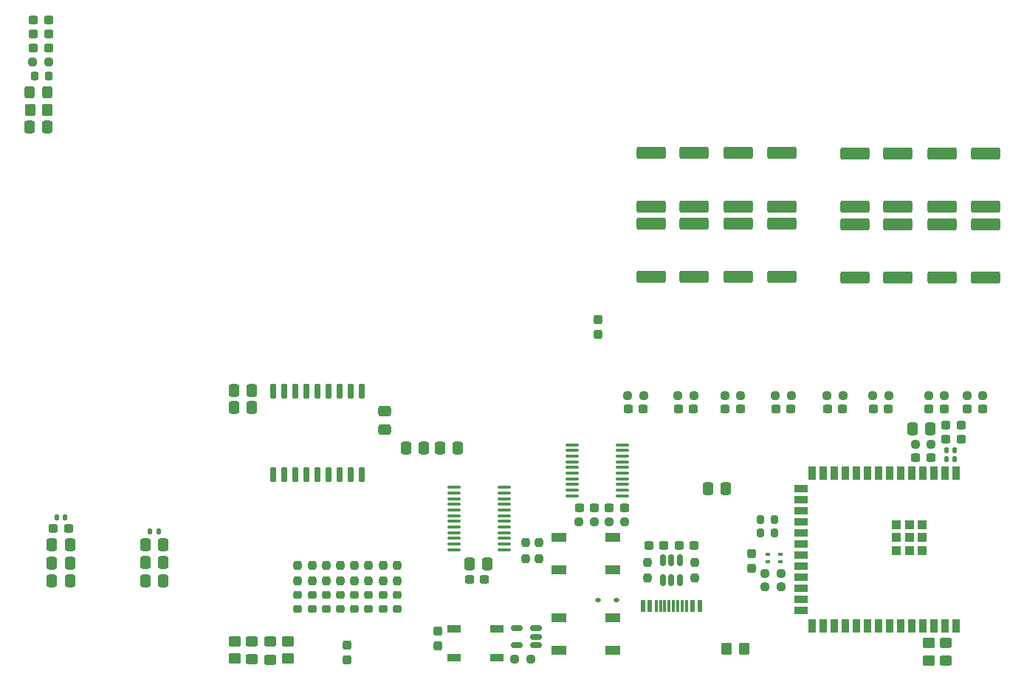
<source format=gbr>
%TF.GenerationSoftware,KiCad,Pcbnew,8.0.4*%
%TF.CreationDate,2024-09-08T16:09:12+02:00*%
%TF.ProjectId,hamodule,68616d6f-6475-46c6-952e-6b696361645f,20240908.24.8*%
%TF.SameCoordinates,Original*%
%TF.FileFunction,Paste,Top*%
%TF.FilePolarity,Positive*%
%FSLAX46Y46*%
G04 Gerber Fmt 4.6, Leading zero omitted, Abs format (unit mm)*
G04 Created by KiCad (PCBNEW 8.0.4) date 2024-09-08 16:09:12*
%MOMM*%
%LPD*%
G01*
G04 APERTURE LIST*
G04 Aperture macros list*
%AMRoundRect*
0 Rectangle with rounded corners*
0 $1 Rounding radius*
0 $2 $3 $4 $5 $6 $7 $8 $9 X,Y pos of 4 corners*
0 Add a 4 corners polygon primitive as box body*
4,1,4,$2,$3,$4,$5,$6,$7,$8,$9,$2,$3,0*
0 Add four circle primitives for the rounded corners*
1,1,$1+$1,$2,$3*
1,1,$1+$1,$4,$5*
1,1,$1+$1,$6,$7*
1,1,$1+$1,$8,$9*
0 Add four rect primitives between the rounded corners*
20,1,$1+$1,$2,$3,$4,$5,0*
20,1,$1+$1,$4,$5,$6,$7,0*
20,1,$1+$1,$6,$7,$8,$9,0*
20,1,$1+$1,$8,$9,$2,$3,0*%
G04 Aperture macros list end*
%ADD10RoundRect,0.237500X-0.237500X0.250000X-0.237500X-0.250000X0.237500X-0.250000X0.237500X0.250000X0*%
%ADD11RoundRect,0.100000X0.637500X0.100000X-0.637500X0.100000X-0.637500X-0.100000X0.637500X-0.100000X0*%
%ADD12RoundRect,0.249999X-1.425001X0.450001X-1.425001X-0.450001X1.425001X-0.450001X1.425001X0.450001X0*%
%ADD13RoundRect,0.250000X0.450000X-0.325000X0.450000X0.325000X-0.450000X0.325000X-0.450000X-0.325000X0*%
%ADD14RoundRect,0.250000X0.450000X-0.350000X0.450000X0.350000X-0.450000X0.350000X-0.450000X-0.350000X0*%
%ADD15RoundRect,0.250000X0.337500X0.475000X-0.337500X0.475000X-0.337500X-0.475000X0.337500X-0.475000X0*%
%ADD16RoundRect,0.237500X-0.250000X-0.237500X0.250000X-0.237500X0.250000X0.237500X-0.250000X0.237500X0*%
%ADD17RoundRect,0.237500X0.300000X0.237500X-0.300000X0.237500X-0.300000X-0.237500X0.300000X-0.237500X0*%
%ADD18R,1.800000X1.100000*%
%ADD19RoundRect,0.237500X-0.300000X-0.237500X0.300000X-0.237500X0.300000X0.237500X-0.300000X0.237500X0*%
%ADD20RoundRect,0.237500X-0.237500X0.300000X-0.237500X-0.300000X0.237500X-0.300000X0.237500X0.300000X0*%
%ADD21RoundRect,0.150000X0.150000X-0.725000X0.150000X0.725000X-0.150000X0.725000X-0.150000X-0.725000X0*%
%ADD22RoundRect,0.237500X0.237500X-0.250000X0.237500X0.250000X-0.237500X0.250000X-0.237500X-0.250000X0*%
%ADD23RoundRect,0.218750X0.256250X-0.218750X0.256250X0.218750X-0.256250X0.218750X-0.256250X-0.218750X0*%
%ADD24RoundRect,0.150000X0.512500X0.150000X-0.512500X0.150000X-0.512500X-0.150000X0.512500X-0.150000X0*%
%ADD25RoundRect,0.200000X0.200000X0.275000X-0.200000X0.275000X-0.200000X-0.275000X0.200000X-0.275000X0*%
%ADD26R,0.900000X1.500000*%
%ADD27R,1.500000X0.900000*%
%ADD28R,1.000000X1.000000*%
%ADD29RoundRect,0.237500X0.237500X-0.300000X0.237500X0.300000X-0.237500X0.300000X-0.237500X-0.300000X0*%
%ADD30RoundRect,0.250000X-0.450000X0.325000X-0.450000X-0.325000X0.450000X-0.325000X0.450000X0.325000X0*%
%ADD31RoundRect,0.250000X-0.337500X-0.475000X0.337500X-0.475000X0.337500X0.475000X-0.337500X0.475000X0*%
%ADD32RoundRect,0.112500X-0.187500X-0.112500X0.187500X-0.112500X0.187500X0.112500X-0.187500X0.112500X0*%
%ADD33RoundRect,0.250000X0.350000X0.450000X-0.350000X0.450000X-0.350000X-0.450000X0.350000X-0.450000X0*%
%ADD34RoundRect,0.140000X-0.140000X-0.170000X0.140000X-0.170000X0.140000X0.170000X-0.140000X0.170000X0*%
%ADD35R,0.600000X1.450000*%
%ADD36R,0.300000X1.450000*%
%ADD37RoundRect,0.250000X0.325000X0.450000X-0.325000X0.450000X-0.325000X-0.450000X0.325000X-0.450000X0*%
%ADD38RoundRect,0.250000X-0.475000X0.337500X-0.475000X-0.337500X0.475000X-0.337500X0.475000X0.337500X0*%
%ADD39RoundRect,0.140000X0.140000X0.170000X-0.140000X0.170000X-0.140000X-0.170000X0.140000X-0.170000X0*%
%ADD40RoundRect,0.250000X-0.350000X-0.450000X0.350000X-0.450000X0.350000X0.450000X-0.350000X0.450000X0*%
%ADD41R,0.500000X0.300000*%
%ADD42RoundRect,0.150000X0.150000X-0.512500X0.150000X0.512500X-0.150000X0.512500X-0.150000X-0.512500X0*%
%ADD43RoundRect,0.237500X0.250000X0.237500X-0.250000X0.237500X-0.250000X-0.237500X0.250000X-0.237500X0*%
%ADD44RoundRect,0.218750X0.218750X0.256250X-0.218750X0.256250X-0.218750X-0.256250X0.218750X-0.256250X0*%
G04 APERTURE END LIST*
D10*
%TO.C,R38*%
X61874000Y14368400D03*
X61874000Y12543400D03*
%TD*%
%TO.C,R37*%
X63424000Y12555900D03*
X63424000Y14380900D03*
%TD*%
D11*
%TO.C,U12*%
X53724000Y13568400D03*
X53724000Y14218400D03*
X53724000Y14868400D03*
X53724000Y15518400D03*
X53724000Y16168400D03*
X53724000Y16818400D03*
X53724000Y17468400D03*
X53724000Y18118400D03*
X53724000Y18768400D03*
X53724000Y19418400D03*
X53724000Y20068400D03*
X53724000Y20718400D03*
X59449000Y20718400D03*
X59449000Y20068400D03*
X59449000Y19418400D03*
X59449000Y18768400D03*
X59449000Y18118400D03*
X59449000Y17468400D03*
X59449000Y16818400D03*
X59449000Y16168400D03*
X59449000Y15518400D03*
X59449000Y14868400D03*
X59449000Y14218400D03*
X59449000Y13568400D03*
%TD*%
D12*
%TO.C,R12*%
X76275000Y59056900D03*
X76275000Y52956900D03*
%TD*%
%TO.C,R11*%
X81228000Y59056900D03*
X81228000Y52956900D03*
%TD*%
%TO.C,R19*%
X81228000Y51005100D03*
X81228000Y44905100D03*
%TD*%
%TO.C,R20*%
X76275000Y51005100D03*
X76275000Y44905100D03*
%TD*%
D13*
%TO.C,D2*%
X30524000Y993400D03*
X30524000Y3043400D03*
%TD*%
D14*
%TO.C,R7*%
X28524000Y1068400D03*
X28524000Y3068400D03*
%TD*%
D15*
%TO.C,C14*%
X9644200Y14098600D03*
X7569200Y14098600D03*
%TD*%
%TO.C,C8*%
X20361500Y12068400D03*
X18286500Y12068400D03*
%TD*%
D12*
%TO.C,R21*%
X91286400Y51005100D03*
X91286400Y44905100D03*
%TD*%
%TO.C,R10*%
X86257200Y59056900D03*
X86257200Y52956900D03*
%TD*%
%TO.C,R9*%
X91286400Y59056900D03*
X91286400Y52956900D03*
%TD*%
%TO.C,R22*%
X86257200Y51005100D03*
X86257200Y44905100D03*
%TD*%
D16*
%TO.C,R1*%
X106588402Y25681201D03*
X108413402Y25681201D03*
%TD*%
D17*
%TO.C,C3*%
X108350902Y24157201D03*
X106625902Y24157201D03*
%TD*%
D18*
%TO.C,SW2*%
X65671000Y14968400D03*
X71871000Y14968400D03*
X65671000Y11268400D03*
X71871000Y11268400D03*
%TD*%
%TO.C,SW3*%
X65669800Y5765800D03*
X71869800Y5765800D03*
X65669800Y2065800D03*
X71869800Y2065800D03*
%TD*%
D19*
%TO.C,C6*%
X110099000Y26268400D03*
X111824000Y26268400D03*
%TD*%
D20*
%TO.C,C30*%
X87779402Y13161201D03*
X87779402Y11436201D03*
%TD*%
D17*
%TO.C,C11*%
X77724000Y14078701D03*
X75999000Y14078701D03*
%TD*%
D13*
%TO.C,D3*%
X32624000Y968400D03*
X32624000Y3018400D03*
%TD*%
D21*
%TO.C,U11*%
X32964000Y22168400D03*
X34234000Y22168400D03*
X35504000Y22168400D03*
X36774000Y22168400D03*
X38044000Y22168400D03*
X39314000Y22168400D03*
X40584000Y22168400D03*
X41854000Y22168400D03*
X43124000Y22168400D03*
X43124000Y31718400D03*
X41854000Y31718400D03*
X40584000Y31718400D03*
X39314000Y31718400D03*
X38044000Y31718400D03*
X36774000Y31718400D03*
X35504000Y31718400D03*
X34234000Y31718400D03*
X32964000Y31718400D03*
%TD*%
D22*
%TO.C,R46*%
X37396000Y9965496D03*
X37396000Y11790496D03*
%TD*%
%TO.C,R45*%
X35770400Y9967396D03*
X35770400Y11792396D03*
%TD*%
D12*
%TO.C,R25*%
X104583200Y50900600D03*
X104583200Y44800600D03*
%TD*%
D19*
%TO.C,C25*%
X96524002Y29707101D03*
X98249002Y29707101D03*
%TD*%
D17*
%TO.C,C40*%
X7174000Y72718400D03*
X5449000Y72718400D03*
%TD*%
D12*
%TO.C,R15*%
X104583200Y59032600D03*
X104583200Y52932600D03*
%TD*%
D23*
%TO.C,D5*%
X35770400Y6790296D03*
X35770400Y8365296D03*
%TD*%
D19*
%TO.C,C23*%
X108156102Y29707101D03*
X109881102Y29707101D03*
%TD*%
D14*
%TO.C,R8*%
X34624000Y1068400D03*
X34624000Y3068400D03*
%TD*%
D16*
%TO.C,R32*%
X84738626Y31255920D03*
X86563626Y31255920D03*
%TD*%
D22*
%TO.C,R50*%
X43898400Y9967396D03*
X43898400Y11792396D03*
%TD*%
%TO.C,R49*%
X42272800Y9965496D03*
X42272800Y11790496D03*
%TD*%
D12*
%TO.C,R26*%
X99644200Y50852800D03*
X99644200Y44752800D03*
%TD*%
D16*
%TO.C,R34*%
X73611526Y31255920D03*
X75436526Y31255920D03*
%TD*%
D24*
%TO.C,U10*%
X63124000Y2641600D03*
X63124000Y3591600D03*
X63124000Y4541600D03*
X60849000Y4541600D03*
X60849000Y2641600D03*
%TD*%
D25*
%TO.C,R5*%
X90454402Y16988701D03*
X88804402Y16988701D03*
%TD*%
D16*
%TO.C,R27*%
X112511500Y31231101D03*
X114336500Y31231101D03*
%TD*%
D12*
%TO.C,R16*%
X99644200Y58982800D03*
X99644200Y52882800D03*
%TD*%
D25*
%TO.C,R6*%
X90454402Y15513701D03*
X88804402Y15513701D03*
%TD*%
D26*
%TO.C,U3*%
X111239402Y22348701D03*
X109969402Y22348701D03*
X108699402Y22348701D03*
X107429402Y22348701D03*
X106159402Y22348701D03*
X104889402Y22348701D03*
X103619402Y22348701D03*
X102349402Y22348701D03*
X101079402Y22348701D03*
X99809402Y22348701D03*
X98539402Y22348701D03*
X97269402Y22348701D03*
X95999402Y22348701D03*
X94729402Y22348701D03*
D27*
X93479402Y20583701D03*
X93479402Y19313701D03*
X93479402Y18043701D03*
X93479402Y16773701D03*
X93479402Y15503701D03*
X93479402Y14233701D03*
X93479402Y12963701D03*
X93479402Y11693701D03*
X93479402Y10423701D03*
X93479402Y9153701D03*
X93479402Y7883701D03*
X93479402Y6613701D03*
D26*
X94729402Y4848701D03*
X95999402Y4848701D03*
X97269402Y4848701D03*
X98539402Y4848701D03*
X99809402Y4848701D03*
X101079402Y4848701D03*
X102349402Y4848701D03*
X103619402Y4848701D03*
X104889402Y4848701D03*
X106159402Y4848701D03*
X107429402Y4848701D03*
X108699402Y4848701D03*
X109969402Y4848701D03*
X111239402Y4848701D03*
D28*
X107389402Y16458701D03*
X105889402Y16458701D03*
X104389402Y16458701D03*
X107389402Y14958701D03*
X105889402Y14958701D03*
X104389402Y14958701D03*
X107389402Y13458701D03*
X105889402Y13458701D03*
X104389402Y13458701D03*
%TD*%
D12*
%TO.C,R13*%
X114616200Y59032600D03*
X114616200Y52932600D03*
%TD*%
D23*
%TO.C,D10*%
X43898400Y6790396D03*
X43898400Y8365396D03*
%TD*%
D16*
%TO.C,R44*%
X60659400Y1051600D03*
X62484400Y1051600D03*
%TD*%
D29*
%TO.C,C31*%
X51839200Y2540700D03*
X51839200Y4265700D03*
%TD*%
D16*
%TO.C,R29*%
X101706402Y31231101D03*
X103531402Y31231101D03*
%TD*%
D30*
%TO.C,D13*%
X110058200Y2879200D03*
X110058200Y829200D03*
%TD*%
D31*
%TO.C,C35*%
X48149000Y25268400D03*
X50224000Y25268400D03*
%TD*%
D19*
%TO.C,C34*%
X55449000Y10168400D03*
X57174000Y10168400D03*
%TD*%
D32*
%TO.C,D1*%
X70174000Y7768400D03*
X72274000Y7768400D03*
%TD*%
D12*
%TO.C,R14*%
X109637800Y59032600D03*
X109637800Y52932600D03*
%TD*%
D17*
%TO.C,C22*%
X114286500Y29707101D03*
X112561500Y29707101D03*
%TD*%
D15*
%TO.C,C15*%
X9644200Y12041200D03*
X7569200Y12041200D03*
%TD*%
D19*
%TO.C,C42*%
X5449000Y71118400D03*
X7174000Y71118400D03*
%TD*%
D33*
%TO.C,R55*%
X7074000Y64018400D03*
X5074000Y64018400D03*
%TD*%
D34*
%TO.C,C44*%
X110144000Y24968400D03*
X111104000Y24968400D03*
%TD*%
D35*
%TO.C,J3*%
X75355402Y7137801D03*
X76155402Y7137801D03*
D36*
X77355402Y7137801D03*
X78355402Y7137801D03*
X78855402Y7137801D03*
X79855402Y7137801D03*
D35*
X81055402Y7137801D03*
X81855402Y7137801D03*
X81855402Y7137801D03*
X81055402Y7137801D03*
D36*
X80355402Y7137801D03*
X79355402Y7137801D03*
X77855402Y7137801D03*
X76855402Y7137801D03*
D35*
X76155402Y7137801D03*
X75355402Y7137801D03*
%TD*%
D16*
%TO.C,R31*%
X90529826Y31255920D03*
X92354826Y31255920D03*
%TD*%
D19*
%TO.C,C47*%
X71486500Y18368400D03*
X73211500Y18368400D03*
%TD*%
D16*
%TO.C,R36*%
X67986500Y16768400D03*
X69811500Y16768400D03*
%TD*%
D22*
%TO.C,R47*%
X39021600Y9965496D03*
X39021600Y11790496D03*
%TD*%
D19*
%TO.C,C27*%
X84785626Y29731920D03*
X86510626Y29731920D03*
%TD*%
D23*
%TO.C,D12*%
X47149600Y6790396D03*
X47149600Y8365396D03*
%TD*%
D11*
%TO.C,U9*%
X72986500Y19743400D03*
X72986500Y20393400D03*
X72986500Y21043400D03*
X72986500Y21693400D03*
X72986500Y22343400D03*
X72986500Y22993400D03*
X72986500Y23643400D03*
X72986500Y24293400D03*
X72986500Y24943400D03*
X72986500Y25593400D03*
X67261500Y25593400D03*
X67261500Y24943400D03*
X67261500Y24293400D03*
X67261500Y23643400D03*
X67261500Y22993400D03*
X67261500Y22343400D03*
X67261500Y21693400D03*
X67261500Y21043400D03*
X67261500Y20393400D03*
X67261500Y19743400D03*
%TD*%
D19*
%TO.C,C28*%
X79402600Y29731920D03*
X81127600Y29731920D03*
%TD*%
D15*
%TO.C,C10*%
X20353700Y10004400D03*
X18278700Y10004400D03*
%TD*%
D16*
%TO.C,R30*%
X96474002Y31231101D03*
X98299002Y31231101D03*
%TD*%
D37*
%TO.C,D14*%
X7074000Y66018400D03*
X5024000Y66018400D03*
%TD*%
D23*
%TO.C,D6*%
X37396000Y6790396D03*
X37396000Y8365396D03*
%TD*%
D20*
%TO.C,C33*%
X41427400Y2615100D03*
X41427400Y890100D03*
%TD*%
D31*
%TO.C,C38*%
X82799000Y20568400D03*
X84874000Y20568400D03*
%TD*%
D22*
%TO.C,R52*%
X47149600Y9967396D03*
X47149600Y11792396D03*
%TD*%
D19*
%TO.C,C24*%
X101756402Y29707101D03*
X103481402Y29707101D03*
%TD*%
D31*
%TO.C,C36*%
X52049000Y25268400D03*
X54124000Y25268400D03*
%TD*%
D17*
%TO.C,C26*%
X92301826Y29731920D03*
X90576826Y29731920D03*
%TD*%
D38*
%TO.C,C37*%
X45724000Y29443400D03*
X45724000Y27368400D03*
%TD*%
D27*
%TO.C,D4*%
X53724000Y4518400D03*
X53724000Y1218400D03*
X58624000Y1218400D03*
X58624000Y4518400D03*
%TD*%
D16*
%TO.C,R35*%
X71424000Y16768400D03*
X73249000Y16768400D03*
%TD*%
D22*
%TO.C,R4*%
X81309402Y10296201D03*
X81309402Y12121201D03*
%TD*%
D39*
%TO.C,C49*%
X9084000Y17268400D03*
X8124000Y17268400D03*
%TD*%
D22*
%TO.C,R51*%
X45524000Y9967396D03*
X45524000Y11792396D03*
%TD*%
D17*
%TO.C,C46*%
X69811500Y18368400D03*
X68086500Y18368400D03*
%TD*%
%TO.C,C17*%
X9449000Y15968400D03*
X7724000Y15968400D03*
%TD*%
D15*
%TO.C,C21*%
X30524000Y29868400D03*
X28449000Y29868400D03*
%TD*%
D40*
%TO.C,R2*%
X84944200Y2184400D03*
X86944200Y2184400D03*
%TD*%
D41*
%TO.C,U8*%
X91089402Y12205101D03*
X91089402Y13005101D03*
X89689402Y13005101D03*
X89689402Y12205101D03*
%TD*%
D23*
%TO.C,D8*%
X40647200Y6790396D03*
X40647200Y8365396D03*
%TD*%
D42*
%TO.C,U2*%
X77659402Y10101201D03*
X78609402Y10101201D03*
X79559402Y10101201D03*
X79559402Y12376201D03*
X78609402Y12376201D03*
X77659402Y12376201D03*
%TD*%
D19*
%TO.C,C13*%
X79499000Y14078701D03*
X81224000Y14078701D03*
%TD*%
D31*
%TO.C,C41*%
X4999000Y62018400D03*
X7074000Y62018400D03*
%TD*%
D16*
%TO.C,R17*%
X89358502Y10795000D03*
X91183502Y10795000D03*
%TD*%
D15*
%TO.C,C16*%
X9644200Y10009200D03*
X7569200Y10009200D03*
%TD*%
D23*
%TO.C,D7*%
X39021600Y6790396D03*
X39021600Y8365396D03*
%TD*%
D12*
%TO.C,R24*%
X109637800Y50904600D03*
X109637800Y44804600D03*
%TD*%
D43*
%TO.C,R54*%
X7174000Y69518400D03*
X5349000Y69518400D03*
%TD*%
D23*
%TO.C,D9*%
X42272800Y6790396D03*
X42272800Y8365396D03*
%TD*%
D12*
%TO.C,R23*%
X114616200Y50904600D03*
X114616200Y44804600D03*
%TD*%
D19*
%TO.C,C4*%
X110099000Y27868400D03*
X111824000Y27868400D03*
%TD*%
D15*
%TO.C,C5*%
X20361500Y14168400D03*
X18286500Y14168400D03*
%TD*%
%TO.C,C20*%
X30524000Y31868400D03*
X28449000Y31868400D03*
%TD*%
D22*
%TO.C,R48*%
X40647200Y9965496D03*
X40647200Y11790496D03*
%TD*%
D34*
%TO.C,C43*%
X110144000Y23968400D03*
X111104000Y23968400D03*
%TD*%
D16*
%TO.C,R33*%
X79351926Y31267400D03*
X81176926Y31267400D03*
%TD*%
D17*
%TO.C,C39*%
X7174000Y74318400D03*
X5449000Y74318400D03*
%TD*%
D16*
%TO.C,R18*%
X89358502Y9271000D03*
X91183502Y9271000D03*
%TD*%
D14*
%TO.C,R53*%
X108102400Y854200D03*
X108102400Y2854200D03*
%TD*%
D22*
%TO.C,R3*%
X75839402Y10316201D03*
X75839402Y12141201D03*
%TD*%
D20*
%TO.C,C9*%
X70154000Y39953400D03*
X70154000Y38228400D03*
%TD*%
D19*
%TO.C,C29*%
X73660426Y29731920D03*
X75385426Y29731920D03*
%TD*%
D15*
%TO.C,C7*%
X108324000Y27468400D03*
X106249000Y27468400D03*
%TD*%
D39*
%TO.C,C48*%
X19784000Y15668400D03*
X18824000Y15668400D03*
%TD*%
D31*
%TO.C,C32*%
X57524000Y11918400D03*
X55449000Y11918400D03*
%TD*%
D23*
%TO.C,D11*%
X45524000Y6790396D03*
X45524000Y8365396D03*
%TD*%
D16*
%TO.C,R28*%
X108105302Y31231101D03*
X109930302Y31231101D03*
%TD*%
D44*
%TO.C,D15*%
X7174000Y67918400D03*
X5599000Y67918400D03*
%TD*%
M02*

</source>
